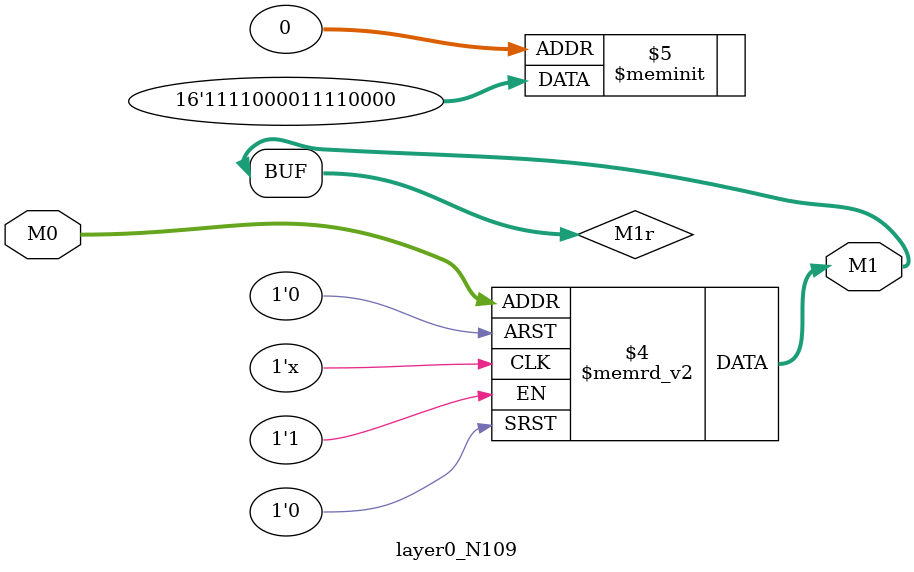
<source format=v>
module layer0_N109 ( input [2:0] M0, output [1:0] M1 );

	(*rom_style = "distributed" *) reg [1:0] M1r;
	assign M1 = M1r;
	always @ (M0) begin
		case (M0)
			3'b000: M1r = 2'b00;
			3'b100: M1r = 2'b00;
			3'b010: M1r = 2'b11;
			3'b110: M1r = 2'b11;
			3'b001: M1r = 2'b00;
			3'b101: M1r = 2'b00;
			3'b011: M1r = 2'b11;
			3'b111: M1r = 2'b11;

		endcase
	end
endmodule

</source>
